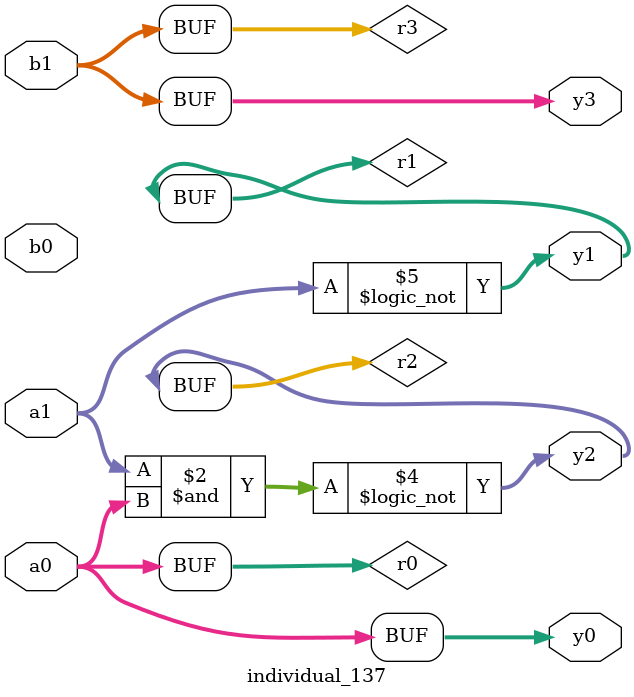
<source format=sv>
module individual_137(input logic [15:0] a1, input logic [15:0] a0, input logic [15:0] b1, input logic [15:0] b0, output logic [15:0] y3, output logic [15:0] y2, output logic [15:0] y1, output logic [15:0] y0);
logic [15:0] r0, r1, r2, r3; 
 always@(*) begin 
	 r0 = a0; r1 = a1; r2 = b0; r3 = b1; 
 	 r1  &=  r0 ;
 	 r2  ^=  r0 ;
 	 r2 = ! r1 ;
 	 r1 = ! a1 ;
 	 y3 = r3; y2 = r2; y1 = r1; y0 = r0; 
end
endmodule
</source>
